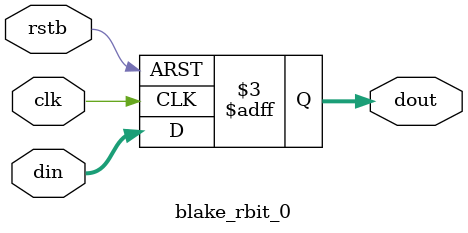
<source format=v>
`timescale 1ns / 10ps

module blake_rbit_0 #(  parameter N = 8 )
(
  input          clk  ,
  input          rstb ,
  input  [N-1:0] din  ,
  output reg [N-1:0] dout
);

always @(posedge clk or negedge rstb)
begin
  if (~rstb) dout <= {N{1'b0}};
  else dout <= din;
end // always

endmodule
</source>
